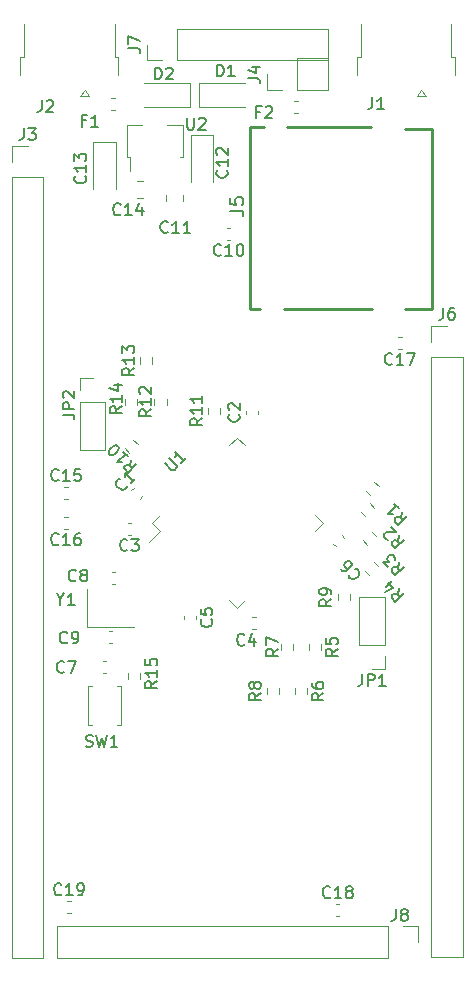
<source format=gto>
%TF.GenerationSoftware,KiCad,Pcbnew,(6.0.0)*%
%TF.CreationDate,2022-07-08T16:33:05-04:00*%
%TF.ProjectId,CH32V307_RCT6,43483332-5633-4303-975f-524354362e6b,rev?*%
%TF.SameCoordinates,Original*%
%TF.FileFunction,Legend,Top*%
%TF.FilePolarity,Positive*%
%FSLAX46Y46*%
G04 Gerber Fmt 4.6, Leading zero omitted, Abs format (unit mm)*
G04 Created by KiCad (PCBNEW (6.0.0)) date 2022-07-08 16:33:05*
%MOMM*%
%LPD*%
G01*
G04 APERTURE LIST*
%ADD10C,0.150000*%
%ADD11C,0.152000*%
%ADD12C,0.120000*%
%ADD13C,0.254000*%
G04 APERTURE END LIST*
D10*
%TO.C,R10*%
X141024450Y-87134687D02*
X140923435Y-87707106D01*
X141428511Y-87538748D02*
X140721404Y-88245854D01*
X140452030Y-87976480D01*
X140418358Y-87875465D01*
X140418358Y-87808122D01*
X140452030Y-87707106D01*
X140553045Y-87606091D01*
X140654061Y-87572419D01*
X140721404Y-87572419D01*
X140822419Y-87606091D01*
X141091793Y-87875465D01*
X140351015Y-86461251D02*
X140755076Y-86865312D01*
X140553045Y-86663282D02*
X139845938Y-87370389D01*
X140014297Y-87336717D01*
X140148984Y-87336717D01*
X140250000Y-87370389D01*
X139206175Y-86730625D02*
X139138832Y-86663282D01*
X139105160Y-86562267D01*
X139105160Y-86494923D01*
X139138832Y-86393908D01*
X139239847Y-86225549D01*
X139408206Y-86057190D01*
X139576564Y-85956175D01*
X139677580Y-85922503D01*
X139744923Y-85922503D01*
X139845938Y-85956175D01*
X139913282Y-86023519D01*
X139946954Y-86124534D01*
X139946954Y-86191877D01*
X139913282Y-86292893D01*
X139812267Y-86461251D01*
X139643908Y-86629610D01*
X139475549Y-86730625D01*
X139374534Y-86764297D01*
X139307190Y-86764297D01*
X139206175Y-86730625D01*
%TO.C,C2*%
X150127142Y-83304166D02*
X150174761Y-83351785D01*
X150222380Y-83494642D01*
X150222380Y-83589880D01*
X150174761Y-83732738D01*
X150079523Y-83827976D01*
X149984285Y-83875595D01*
X149793809Y-83923214D01*
X149650952Y-83923214D01*
X149460476Y-83875595D01*
X149365238Y-83827976D01*
X149270000Y-83732738D01*
X149222380Y-83589880D01*
X149222380Y-83494642D01*
X149270000Y-83351785D01*
X149317619Y-83304166D01*
X149317619Y-82923214D02*
X149270000Y-82875595D01*
X149222380Y-82780357D01*
X149222380Y-82542261D01*
X149270000Y-82447023D01*
X149317619Y-82399404D01*
X149412857Y-82351785D01*
X149508095Y-82351785D01*
X149650952Y-82399404D01*
X150222380Y-82970833D01*
X150222380Y-82351785D01*
%TO.C,R11*%
X147022380Y-83642857D02*
X146546190Y-83976190D01*
X147022380Y-84214285D02*
X146022380Y-84214285D01*
X146022380Y-83833333D01*
X146070000Y-83738095D01*
X146117619Y-83690476D01*
X146212857Y-83642857D01*
X146355714Y-83642857D01*
X146450952Y-83690476D01*
X146498571Y-83738095D01*
X146546190Y-83833333D01*
X146546190Y-84214285D01*
X147022380Y-82690476D02*
X147022380Y-83261904D01*
X147022380Y-82976190D02*
X146022380Y-82976190D01*
X146165238Y-83071428D01*
X146260476Y-83166666D01*
X146308095Y-83261904D01*
X147022380Y-81738095D02*
X147022380Y-82309523D01*
X147022380Y-82023809D02*
X146022380Y-82023809D01*
X146165238Y-82119047D01*
X146260476Y-82214285D01*
X146308095Y-82309523D01*
%TO.C,C12*%
X149107142Y-62642857D02*
X149154761Y-62690476D01*
X149202380Y-62833333D01*
X149202380Y-62928571D01*
X149154761Y-63071428D01*
X149059523Y-63166666D01*
X148964285Y-63214285D01*
X148773809Y-63261904D01*
X148630952Y-63261904D01*
X148440476Y-63214285D01*
X148345238Y-63166666D01*
X148250000Y-63071428D01*
X148202380Y-62928571D01*
X148202380Y-62833333D01*
X148250000Y-62690476D01*
X148297619Y-62642857D01*
X149202380Y-61690476D02*
X149202380Y-62261904D01*
X149202380Y-61976190D02*
X148202380Y-61976190D01*
X148345238Y-62071428D01*
X148440476Y-62166666D01*
X148488095Y-62261904D01*
X148297619Y-61309523D02*
X148250000Y-61261904D01*
X148202380Y-61166666D01*
X148202380Y-60928571D01*
X148250000Y-60833333D01*
X148297619Y-60785714D01*
X148392857Y-60738095D01*
X148488095Y-60738095D01*
X148630952Y-60785714D01*
X149202380Y-61357142D01*
X149202380Y-60738095D01*
%TO.C,J7*%
X140772380Y-52333333D02*
X141486666Y-52333333D01*
X141629523Y-52380952D01*
X141724761Y-52476190D01*
X141772380Y-52619047D01*
X141772380Y-52714285D01*
X140772380Y-51952380D02*
X140772380Y-51285714D01*
X141772380Y-51714285D01*
%TO.C,R2*%
X163687732Y-93547969D02*
X163586717Y-94120389D01*
X164091793Y-93952030D02*
X163384687Y-94659137D01*
X163115312Y-94389763D01*
X163081641Y-94288748D01*
X163081641Y-94221404D01*
X163115312Y-94120389D01*
X163216328Y-94019374D01*
X163317343Y-93985702D01*
X163384687Y-93985702D01*
X163485702Y-94019374D01*
X163755076Y-94288748D01*
X162778595Y-93918358D02*
X162711251Y-93918358D01*
X162610236Y-93884687D01*
X162441877Y-93716328D01*
X162408206Y-93615312D01*
X162408206Y-93547969D01*
X162441877Y-93446954D01*
X162509221Y-93379610D01*
X162643908Y-93312267D01*
X163452030Y-93312267D01*
X163014297Y-92874534D01*
%TO.C,C17*%
X163107142Y-79037142D02*
X163059523Y-79084761D01*
X162916666Y-79132380D01*
X162821428Y-79132380D01*
X162678571Y-79084761D01*
X162583333Y-78989523D01*
X162535714Y-78894285D01*
X162488095Y-78703809D01*
X162488095Y-78560952D01*
X162535714Y-78370476D01*
X162583333Y-78275238D01*
X162678571Y-78180000D01*
X162821428Y-78132380D01*
X162916666Y-78132380D01*
X163059523Y-78180000D01*
X163107142Y-78227619D01*
X164059523Y-79132380D02*
X163488095Y-79132380D01*
X163773809Y-79132380D02*
X163773809Y-78132380D01*
X163678571Y-78275238D01*
X163583333Y-78370476D01*
X163488095Y-78418095D01*
X164392857Y-78132380D02*
X165059523Y-78132380D01*
X164630952Y-79132380D01*
%TO.C,C13*%
X137107142Y-63142857D02*
X137154761Y-63190476D01*
X137202380Y-63333333D01*
X137202380Y-63428571D01*
X137154761Y-63571428D01*
X137059523Y-63666666D01*
X136964285Y-63714285D01*
X136773809Y-63761904D01*
X136630952Y-63761904D01*
X136440476Y-63714285D01*
X136345238Y-63666666D01*
X136250000Y-63571428D01*
X136202380Y-63428571D01*
X136202380Y-63333333D01*
X136250000Y-63190476D01*
X136297619Y-63142857D01*
X137202380Y-62190476D02*
X137202380Y-62761904D01*
X137202380Y-62476190D02*
X136202380Y-62476190D01*
X136345238Y-62571428D01*
X136440476Y-62666666D01*
X136488095Y-62761904D01*
X136202380Y-61857142D02*
X136202380Y-61238095D01*
X136583333Y-61571428D01*
X136583333Y-61428571D01*
X136630952Y-61333333D01*
X136678571Y-61285714D01*
X136773809Y-61238095D01*
X137011904Y-61238095D01*
X137107142Y-61285714D01*
X137154761Y-61333333D01*
X137202380Y-61428571D01*
X137202380Y-61714285D01*
X137154761Y-61809523D01*
X137107142Y-61857142D01*
%TO.C,U1*%
X143841436Y-87418932D02*
X144413856Y-87991352D01*
X144514871Y-88025024D01*
X144582215Y-88025024D01*
X144683230Y-87991352D01*
X144817917Y-87856665D01*
X144851589Y-87755650D01*
X144851589Y-87688306D01*
X144817917Y-87587291D01*
X144245497Y-87014871D01*
X145659711Y-87014871D02*
X145255650Y-87418932D01*
X145457680Y-87216902D02*
X144750574Y-86509795D01*
X144784245Y-86678154D01*
X144784245Y-86812841D01*
X144750574Y-86913856D01*
%TO.C,R7*%
X153452380Y-103166666D02*
X152976190Y-103500000D01*
X153452380Y-103738095D02*
X152452380Y-103738095D01*
X152452380Y-103357142D01*
X152500000Y-103261904D01*
X152547619Y-103214285D01*
X152642857Y-103166666D01*
X152785714Y-103166666D01*
X152880952Y-103214285D01*
X152928571Y-103261904D01*
X152976190Y-103357142D01*
X152976190Y-103738095D01*
X152452380Y-102833333D02*
X152452380Y-102166666D01*
X153452380Y-102595238D01*
%TO.C,D1*%
X148261904Y-54702380D02*
X148261904Y-53702380D01*
X148500000Y-53702380D01*
X148642857Y-53750000D01*
X148738095Y-53845238D01*
X148785714Y-53940476D01*
X148833333Y-54130952D01*
X148833333Y-54273809D01*
X148785714Y-54464285D01*
X148738095Y-54559523D01*
X148642857Y-54654761D01*
X148500000Y-54702380D01*
X148261904Y-54702380D01*
X149785714Y-54702380D02*
X149214285Y-54702380D01*
X149500000Y-54702380D02*
X149500000Y-53702380D01*
X149404761Y-53845238D01*
X149309523Y-53940476D01*
X149214285Y-53988095D01*
%TO.C,R8*%
X152002380Y-106916666D02*
X151526190Y-107250000D01*
X152002380Y-107488095D02*
X151002380Y-107488095D01*
X151002380Y-107107142D01*
X151050000Y-107011904D01*
X151097619Y-106964285D01*
X151192857Y-106916666D01*
X151335714Y-106916666D01*
X151430952Y-106964285D01*
X151478571Y-107011904D01*
X151526190Y-107107142D01*
X151526190Y-107488095D01*
X151430952Y-106345238D02*
X151383333Y-106440476D01*
X151335714Y-106488095D01*
X151240476Y-106535714D01*
X151192857Y-106535714D01*
X151097619Y-106488095D01*
X151050000Y-106440476D01*
X151002380Y-106345238D01*
X151002380Y-106154761D01*
X151050000Y-106059523D01*
X151097619Y-106011904D01*
X151192857Y-105964285D01*
X151240476Y-105964285D01*
X151335714Y-106011904D01*
X151383333Y-106059523D01*
X151430952Y-106154761D01*
X151430952Y-106345238D01*
X151478571Y-106440476D01*
X151526190Y-106488095D01*
X151621428Y-106535714D01*
X151811904Y-106535714D01*
X151907142Y-106488095D01*
X151954761Y-106440476D01*
X152002380Y-106345238D01*
X152002380Y-106154761D01*
X151954761Y-106059523D01*
X151907142Y-106011904D01*
X151811904Y-105964285D01*
X151621428Y-105964285D01*
X151526190Y-106011904D01*
X151478571Y-106059523D01*
X151430952Y-106154761D01*
%TO.C,Y1*%
X135023809Y-98976190D02*
X135023809Y-99452380D01*
X134690476Y-98452380D02*
X135023809Y-98976190D01*
X135357142Y-98452380D01*
X136214285Y-99452380D02*
X135642857Y-99452380D01*
X135928571Y-99452380D02*
X135928571Y-98452380D01*
X135833333Y-98595238D01*
X135738095Y-98690476D01*
X135642857Y-98738095D01*
%TO.C,J1*%
X161416666Y-56452380D02*
X161416666Y-57166666D01*
X161369047Y-57309523D01*
X161273809Y-57404761D01*
X161130952Y-57452380D01*
X161035714Y-57452380D01*
X162416666Y-57452380D02*
X161845238Y-57452380D01*
X162130952Y-57452380D02*
X162130952Y-56452380D01*
X162035714Y-56595238D01*
X161940476Y-56690476D01*
X161845238Y-56738095D01*
%TO.C,D2*%
X143011904Y-54952380D02*
X143011904Y-53952380D01*
X143250000Y-53952380D01*
X143392857Y-54000000D01*
X143488095Y-54095238D01*
X143535714Y-54190476D01*
X143583333Y-54380952D01*
X143583333Y-54523809D01*
X143535714Y-54714285D01*
X143488095Y-54809523D01*
X143392857Y-54904761D01*
X143250000Y-54952380D01*
X143011904Y-54952380D01*
X143964285Y-54047619D02*
X144011904Y-54000000D01*
X144107142Y-53952380D01*
X144345238Y-53952380D01*
X144440476Y-54000000D01*
X144488095Y-54047619D01*
X144535714Y-54142857D01*
X144535714Y-54238095D01*
X144488095Y-54380952D01*
X143916666Y-54952380D01*
X144535714Y-54952380D01*
%TO.C,C10*%
X148607142Y-69787142D02*
X148559523Y-69834761D01*
X148416666Y-69882380D01*
X148321428Y-69882380D01*
X148178571Y-69834761D01*
X148083333Y-69739523D01*
X148035714Y-69644285D01*
X147988095Y-69453809D01*
X147988095Y-69310952D01*
X148035714Y-69120476D01*
X148083333Y-69025238D01*
X148178571Y-68930000D01*
X148321428Y-68882380D01*
X148416666Y-68882380D01*
X148559523Y-68930000D01*
X148607142Y-68977619D01*
X149559523Y-69882380D02*
X148988095Y-69882380D01*
X149273809Y-69882380D02*
X149273809Y-68882380D01*
X149178571Y-69025238D01*
X149083333Y-69120476D01*
X148988095Y-69168095D01*
X150178571Y-68882380D02*
X150273809Y-68882380D01*
X150369047Y-68930000D01*
X150416666Y-68977619D01*
X150464285Y-69072857D01*
X150511904Y-69263333D01*
X150511904Y-69501428D01*
X150464285Y-69691904D01*
X150416666Y-69787142D01*
X150369047Y-69834761D01*
X150273809Y-69882380D01*
X150178571Y-69882380D01*
X150083333Y-69834761D01*
X150035714Y-69787142D01*
X149988095Y-69691904D01*
X149940476Y-69501428D01*
X149940476Y-69263333D01*
X149988095Y-69072857D01*
X150035714Y-68977619D01*
X150083333Y-68930000D01*
X150178571Y-68882380D01*
%TO.C,R5*%
X158482380Y-103166666D02*
X158006190Y-103500000D01*
X158482380Y-103738095D02*
X157482380Y-103738095D01*
X157482380Y-103357142D01*
X157530000Y-103261904D01*
X157577619Y-103214285D01*
X157672857Y-103166666D01*
X157815714Y-103166666D01*
X157910952Y-103214285D01*
X157958571Y-103261904D01*
X158006190Y-103357142D01*
X158006190Y-103738095D01*
X157482380Y-102261904D02*
X157482380Y-102738095D01*
X157958571Y-102785714D01*
X157910952Y-102738095D01*
X157863333Y-102642857D01*
X157863333Y-102404761D01*
X157910952Y-102309523D01*
X157958571Y-102261904D01*
X158053809Y-102214285D01*
X158291904Y-102214285D01*
X158387142Y-102261904D01*
X158434761Y-102309523D01*
X158482380Y-102404761D01*
X158482380Y-102642857D01*
X158434761Y-102738095D01*
X158387142Y-102785714D01*
%TO.C,J4*%
X150922380Y-54833333D02*
X151636666Y-54833333D01*
X151779523Y-54880952D01*
X151874761Y-54976190D01*
X151922380Y-55119047D01*
X151922380Y-55214285D01*
X151255714Y-53928571D02*
X151922380Y-53928571D01*
X150874761Y-54166666D02*
X151589047Y-54404761D01*
X151589047Y-53785714D01*
%TO.C,J8*%
X163416666Y-125202380D02*
X163416666Y-125916666D01*
X163369047Y-126059523D01*
X163273809Y-126154761D01*
X163130952Y-126202380D01*
X163035714Y-126202380D01*
X164035714Y-125630952D02*
X163940476Y-125583333D01*
X163892857Y-125535714D01*
X163845238Y-125440476D01*
X163845238Y-125392857D01*
X163892857Y-125297619D01*
X163940476Y-125250000D01*
X164035714Y-125202380D01*
X164226190Y-125202380D01*
X164321428Y-125250000D01*
X164369047Y-125297619D01*
X164416666Y-125392857D01*
X164416666Y-125440476D01*
X164369047Y-125535714D01*
X164321428Y-125583333D01*
X164226190Y-125630952D01*
X164035714Y-125630952D01*
X163940476Y-125678571D01*
X163892857Y-125726190D01*
X163845238Y-125821428D01*
X163845238Y-126011904D01*
X163892857Y-126107142D01*
X163940476Y-126154761D01*
X164035714Y-126202380D01*
X164226190Y-126202380D01*
X164321428Y-126154761D01*
X164369047Y-126107142D01*
X164416666Y-126011904D01*
X164416666Y-125821428D01*
X164369047Y-125726190D01*
X164321428Y-125678571D01*
X164226190Y-125630952D01*
%TO.C,SW1*%
X137166666Y-111404761D02*
X137309523Y-111452380D01*
X137547619Y-111452380D01*
X137642857Y-111404761D01*
X137690476Y-111357142D01*
X137738095Y-111261904D01*
X137738095Y-111166666D01*
X137690476Y-111071428D01*
X137642857Y-111023809D01*
X137547619Y-110976190D01*
X137357142Y-110928571D01*
X137261904Y-110880952D01*
X137214285Y-110833333D01*
X137166666Y-110738095D01*
X137166666Y-110642857D01*
X137214285Y-110547619D01*
X137261904Y-110500000D01*
X137357142Y-110452380D01*
X137595238Y-110452380D01*
X137738095Y-110500000D01*
X138071428Y-110452380D02*
X138309523Y-111452380D01*
X138500000Y-110738095D01*
X138690476Y-111452380D01*
X138928571Y-110452380D01*
X139833333Y-111452380D02*
X139261904Y-111452380D01*
X139547619Y-111452380D02*
X139547619Y-110452380D01*
X139452380Y-110595238D01*
X139357142Y-110690476D01*
X139261904Y-110738095D01*
%TO.C,U2*%
X145738095Y-58202380D02*
X145738095Y-59011904D01*
X145785714Y-59107142D01*
X145833333Y-59154761D01*
X145928571Y-59202380D01*
X146119047Y-59202380D01*
X146214285Y-59154761D01*
X146261904Y-59107142D01*
X146309523Y-59011904D01*
X146309523Y-58202380D01*
X146738095Y-58297619D02*
X146785714Y-58250000D01*
X146880952Y-58202380D01*
X147119047Y-58202380D01*
X147214285Y-58250000D01*
X147261904Y-58297619D01*
X147309523Y-58392857D01*
X147309523Y-58488095D01*
X147261904Y-58630952D01*
X146690476Y-59202380D01*
X147309523Y-59202380D01*
%TO.C,J3*%
X131916666Y-59082380D02*
X131916666Y-59796666D01*
X131869047Y-59939523D01*
X131773809Y-60034761D01*
X131630952Y-60082380D01*
X131535714Y-60082380D01*
X132297619Y-59082380D02*
X132916666Y-59082380D01*
X132583333Y-59463333D01*
X132726190Y-59463333D01*
X132821428Y-59510952D01*
X132869047Y-59558571D01*
X132916666Y-59653809D01*
X132916666Y-59891904D01*
X132869047Y-59987142D01*
X132821428Y-60034761D01*
X132726190Y-60082380D01*
X132440476Y-60082380D01*
X132345238Y-60034761D01*
X132297619Y-59987142D01*
%TO.C,R12*%
X142702380Y-82892857D02*
X142226190Y-83226190D01*
X142702380Y-83464285D02*
X141702380Y-83464285D01*
X141702380Y-83083333D01*
X141750000Y-82988095D01*
X141797619Y-82940476D01*
X141892857Y-82892857D01*
X142035714Y-82892857D01*
X142130952Y-82940476D01*
X142178571Y-82988095D01*
X142226190Y-83083333D01*
X142226190Y-83464285D01*
X142702380Y-81940476D02*
X142702380Y-82511904D01*
X142702380Y-82226190D02*
X141702380Y-82226190D01*
X141845238Y-82321428D01*
X141940476Y-82416666D01*
X141988095Y-82511904D01*
X141797619Y-81559523D02*
X141750000Y-81511904D01*
X141702380Y-81416666D01*
X141702380Y-81178571D01*
X141750000Y-81083333D01*
X141797619Y-81035714D01*
X141892857Y-80988095D01*
X141988095Y-80988095D01*
X142130952Y-81035714D01*
X142702380Y-81607142D01*
X142702380Y-80988095D01*
%TO.C,C3*%
X140683333Y-94787142D02*
X140635714Y-94834761D01*
X140492857Y-94882380D01*
X140397619Y-94882380D01*
X140254761Y-94834761D01*
X140159523Y-94739523D01*
X140111904Y-94644285D01*
X140064285Y-94453809D01*
X140064285Y-94310952D01*
X140111904Y-94120476D01*
X140159523Y-94025238D01*
X140254761Y-93930000D01*
X140397619Y-93882380D01*
X140492857Y-93882380D01*
X140635714Y-93930000D01*
X140683333Y-93977619D01*
X141016666Y-93882380D02*
X141635714Y-93882380D01*
X141302380Y-94263333D01*
X141445238Y-94263333D01*
X141540476Y-94310952D01*
X141588095Y-94358571D01*
X141635714Y-94453809D01*
X141635714Y-94691904D01*
X141588095Y-94787142D01*
X141540476Y-94834761D01*
X141445238Y-94882380D01*
X141159523Y-94882380D01*
X141064285Y-94834761D01*
X141016666Y-94787142D01*
%TO.C,C19*%
X135107142Y-123927142D02*
X135059523Y-123974761D01*
X134916666Y-124022380D01*
X134821428Y-124022380D01*
X134678571Y-123974761D01*
X134583333Y-123879523D01*
X134535714Y-123784285D01*
X134488095Y-123593809D01*
X134488095Y-123450952D01*
X134535714Y-123260476D01*
X134583333Y-123165238D01*
X134678571Y-123070000D01*
X134821428Y-123022380D01*
X134916666Y-123022380D01*
X135059523Y-123070000D01*
X135107142Y-123117619D01*
X136059523Y-124022380D02*
X135488095Y-124022380D01*
X135773809Y-124022380D02*
X135773809Y-123022380D01*
X135678571Y-123165238D01*
X135583333Y-123260476D01*
X135488095Y-123308095D01*
X136535714Y-124022380D02*
X136726190Y-124022380D01*
X136821428Y-123974761D01*
X136869047Y-123927142D01*
X136964285Y-123784285D01*
X137011904Y-123593809D01*
X137011904Y-123212857D01*
X136964285Y-123117619D01*
X136916666Y-123070000D01*
X136821428Y-123022380D01*
X136630952Y-123022380D01*
X136535714Y-123070000D01*
X136488095Y-123117619D01*
X136440476Y-123212857D01*
X136440476Y-123450952D01*
X136488095Y-123546190D01*
X136535714Y-123593809D01*
X136630952Y-123641428D01*
X136821428Y-123641428D01*
X136916666Y-123593809D01*
X136964285Y-123546190D01*
X137011904Y-123450952D01*
%TO.C,C14*%
X140107142Y-66357142D02*
X140059523Y-66404761D01*
X139916666Y-66452380D01*
X139821428Y-66452380D01*
X139678571Y-66404761D01*
X139583333Y-66309523D01*
X139535714Y-66214285D01*
X139488095Y-66023809D01*
X139488095Y-65880952D01*
X139535714Y-65690476D01*
X139583333Y-65595238D01*
X139678571Y-65500000D01*
X139821428Y-65452380D01*
X139916666Y-65452380D01*
X140059523Y-65500000D01*
X140107142Y-65547619D01*
X141059523Y-66452380D02*
X140488095Y-66452380D01*
X140773809Y-66452380D02*
X140773809Y-65452380D01*
X140678571Y-65595238D01*
X140583333Y-65690476D01*
X140488095Y-65738095D01*
X141916666Y-65785714D02*
X141916666Y-66452380D01*
X141678571Y-65404761D02*
X141440476Y-66119047D01*
X142059523Y-66119047D01*
%TO.C,C18*%
X157857142Y-124177142D02*
X157809523Y-124224761D01*
X157666666Y-124272380D01*
X157571428Y-124272380D01*
X157428571Y-124224761D01*
X157333333Y-124129523D01*
X157285714Y-124034285D01*
X157238095Y-123843809D01*
X157238095Y-123700952D01*
X157285714Y-123510476D01*
X157333333Y-123415238D01*
X157428571Y-123320000D01*
X157571428Y-123272380D01*
X157666666Y-123272380D01*
X157809523Y-123320000D01*
X157857142Y-123367619D01*
X158809523Y-124272380D02*
X158238095Y-124272380D01*
X158523809Y-124272380D02*
X158523809Y-123272380D01*
X158428571Y-123415238D01*
X158333333Y-123510476D01*
X158238095Y-123558095D01*
X159380952Y-123700952D02*
X159285714Y-123653333D01*
X159238095Y-123605714D01*
X159190476Y-123510476D01*
X159190476Y-123462857D01*
X159238095Y-123367619D01*
X159285714Y-123320000D01*
X159380952Y-123272380D01*
X159571428Y-123272380D01*
X159666666Y-123320000D01*
X159714285Y-123367619D01*
X159761904Y-123462857D01*
X159761904Y-123510476D01*
X159714285Y-123605714D01*
X159666666Y-123653333D01*
X159571428Y-123700952D01*
X159380952Y-123700952D01*
X159285714Y-123748571D01*
X159238095Y-123796190D01*
X159190476Y-123891428D01*
X159190476Y-124081904D01*
X159238095Y-124177142D01*
X159285714Y-124224761D01*
X159380952Y-124272380D01*
X159571428Y-124272380D01*
X159666666Y-124224761D01*
X159714285Y-124177142D01*
X159761904Y-124081904D01*
X159761904Y-123891428D01*
X159714285Y-123796190D01*
X159666666Y-123748571D01*
X159571428Y-123700952D01*
%TO.C,R6*%
X157282380Y-106916666D02*
X156806190Y-107250000D01*
X157282380Y-107488095D02*
X156282380Y-107488095D01*
X156282380Y-107107142D01*
X156330000Y-107011904D01*
X156377619Y-106964285D01*
X156472857Y-106916666D01*
X156615714Y-106916666D01*
X156710952Y-106964285D01*
X156758571Y-107011904D01*
X156806190Y-107107142D01*
X156806190Y-107488095D01*
X156282380Y-106059523D02*
X156282380Y-106250000D01*
X156330000Y-106345238D01*
X156377619Y-106392857D01*
X156520476Y-106488095D01*
X156710952Y-106535714D01*
X157091904Y-106535714D01*
X157187142Y-106488095D01*
X157234761Y-106440476D01*
X157282380Y-106345238D01*
X157282380Y-106154761D01*
X157234761Y-106059523D01*
X157187142Y-106011904D01*
X157091904Y-105964285D01*
X156853809Y-105964285D01*
X156758571Y-106011904D01*
X156710952Y-106059523D01*
X156663333Y-106154761D01*
X156663333Y-106345238D01*
X156710952Y-106440476D01*
X156758571Y-106488095D01*
X156853809Y-106535714D01*
%TO.C,JP2*%
X135202380Y-83333333D02*
X135916666Y-83333333D01*
X136059523Y-83380952D01*
X136154761Y-83476190D01*
X136202380Y-83619047D01*
X136202380Y-83714285D01*
X136202380Y-82857142D02*
X135202380Y-82857142D01*
X135202380Y-82476190D01*
X135250000Y-82380952D01*
X135297619Y-82333333D01*
X135392857Y-82285714D01*
X135535714Y-82285714D01*
X135630952Y-82333333D01*
X135678571Y-82380952D01*
X135726190Y-82476190D01*
X135726190Y-82857142D01*
X135297619Y-81904761D02*
X135250000Y-81857142D01*
X135202380Y-81761904D01*
X135202380Y-81523809D01*
X135250000Y-81428571D01*
X135297619Y-81380952D01*
X135392857Y-81333333D01*
X135488095Y-81333333D01*
X135630952Y-81380952D01*
X136202380Y-81952380D01*
X136202380Y-81333333D01*
%TO.C,F2*%
X151916666Y-57678571D02*
X151583333Y-57678571D01*
X151583333Y-58202380D02*
X151583333Y-57202380D01*
X152059523Y-57202380D01*
X152392857Y-57297619D02*
X152440476Y-57250000D01*
X152535714Y-57202380D01*
X152773809Y-57202380D01*
X152869047Y-57250000D01*
X152916666Y-57297619D01*
X152964285Y-57392857D01*
X152964285Y-57488095D01*
X152916666Y-57630952D01*
X152345238Y-58202380D01*
X152964285Y-58202380D01*
D11*
%TO.C,J5*%
X149374071Y-66052485D02*
X150190500Y-66052485D01*
X150353785Y-66106914D01*
X150462642Y-66215771D01*
X150517071Y-66379057D01*
X150517071Y-66487914D01*
X149374071Y-64963914D02*
X149374071Y-65508200D01*
X149918357Y-65562628D01*
X149863928Y-65508200D01*
X149809500Y-65399342D01*
X149809500Y-65127200D01*
X149863928Y-65018342D01*
X149918357Y-64963914D01*
X150027214Y-64909485D01*
X150299357Y-64909485D01*
X150408214Y-64963914D01*
X150462642Y-65018342D01*
X150517071Y-65127200D01*
X150517071Y-65399342D01*
X150462642Y-65508200D01*
X150408214Y-65562628D01*
D10*
%TO.C,C6*%
X159981552Y-96365312D02*
X160048895Y-96365312D01*
X160183582Y-96432656D01*
X160250926Y-96500000D01*
X160318269Y-96634687D01*
X160318269Y-96769374D01*
X160284598Y-96870389D01*
X160183582Y-97038748D01*
X160082567Y-97139763D01*
X159914208Y-97240778D01*
X159813193Y-97274450D01*
X159678506Y-97274450D01*
X159543819Y-97207106D01*
X159476475Y-97139763D01*
X159409132Y-97005076D01*
X159409132Y-96937732D01*
X158735697Y-96398984D02*
X158870384Y-96533671D01*
X158971399Y-96567343D01*
X159038743Y-96567343D01*
X159207101Y-96533671D01*
X159375460Y-96432656D01*
X159644834Y-96163282D01*
X159678506Y-96062267D01*
X159678506Y-95994923D01*
X159644834Y-95893908D01*
X159510147Y-95759221D01*
X159409132Y-95725549D01*
X159341788Y-95725549D01*
X159240773Y-95759221D01*
X159072414Y-95927580D01*
X159038743Y-96028595D01*
X159038743Y-96095938D01*
X159072414Y-96196954D01*
X159207101Y-96331641D01*
X159308117Y-96365312D01*
X159375460Y-96365312D01*
X159476475Y-96331641D01*
%TO.C,C15*%
X134857142Y-88857142D02*
X134809523Y-88904761D01*
X134666666Y-88952380D01*
X134571428Y-88952380D01*
X134428571Y-88904761D01*
X134333333Y-88809523D01*
X134285714Y-88714285D01*
X134238095Y-88523809D01*
X134238095Y-88380952D01*
X134285714Y-88190476D01*
X134333333Y-88095238D01*
X134428571Y-88000000D01*
X134571428Y-87952380D01*
X134666666Y-87952380D01*
X134809523Y-88000000D01*
X134857142Y-88047619D01*
X135809523Y-88952380D02*
X135238095Y-88952380D01*
X135523809Y-88952380D02*
X135523809Y-87952380D01*
X135428571Y-88095238D01*
X135333333Y-88190476D01*
X135238095Y-88238095D01*
X136714285Y-87952380D02*
X136238095Y-87952380D01*
X136190476Y-88428571D01*
X136238095Y-88380952D01*
X136333333Y-88333333D01*
X136571428Y-88333333D01*
X136666666Y-88380952D01*
X136714285Y-88428571D01*
X136761904Y-88523809D01*
X136761904Y-88761904D01*
X136714285Y-88857142D01*
X136666666Y-88904761D01*
X136571428Y-88952380D01*
X136333333Y-88952380D01*
X136238095Y-88904761D01*
X136190476Y-88857142D01*
%TO.C,R9*%
X157952380Y-98966666D02*
X157476190Y-99300000D01*
X157952380Y-99538095D02*
X156952380Y-99538095D01*
X156952380Y-99157142D01*
X157000000Y-99061904D01*
X157047619Y-99014285D01*
X157142857Y-98966666D01*
X157285714Y-98966666D01*
X157380952Y-99014285D01*
X157428571Y-99061904D01*
X157476190Y-99157142D01*
X157476190Y-99538095D01*
X157952380Y-98490476D02*
X157952380Y-98300000D01*
X157904761Y-98204761D01*
X157857142Y-98157142D01*
X157714285Y-98061904D01*
X157523809Y-98014285D01*
X157142857Y-98014285D01*
X157047619Y-98061904D01*
X157000000Y-98109523D01*
X156952380Y-98204761D01*
X156952380Y-98395238D01*
X157000000Y-98490476D01*
X157047619Y-98538095D01*
X157142857Y-98585714D01*
X157380952Y-98585714D01*
X157476190Y-98538095D01*
X157523809Y-98490476D01*
X157571428Y-98395238D01*
X157571428Y-98204761D01*
X157523809Y-98109523D01*
X157476190Y-98061904D01*
X157380952Y-98014285D01*
%TO.C,J6*%
X167416666Y-74282380D02*
X167416666Y-74996666D01*
X167369047Y-75139523D01*
X167273809Y-75234761D01*
X167130952Y-75282380D01*
X167035714Y-75282380D01*
X168321428Y-74282380D02*
X168130952Y-74282380D01*
X168035714Y-74330000D01*
X167988095Y-74377619D01*
X167892857Y-74520476D01*
X167845238Y-74710952D01*
X167845238Y-75091904D01*
X167892857Y-75187142D01*
X167940476Y-75234761D01*
X168035714Y-75282380D01*
X168226190Y-75282380D01*
X168321428Y-75234761D01*
X168369047Y-75187142D01*
X168416666Y-75091904D01*
X168416666Y-74853809D01*
X168369047Y-74758571D01*
X168321428Y-74710952D01*
X168226190Y-74663333D01*
X168035714Y-74663333D01*
X167940476Y-74710952D01*
X167892857Y-74758571D01*
X167845238Y-74853809D01*
%TO.C,C11*%
X144107142Y-67857142D02*
X144059523Y-67904761D01*
X143916666Y-67952380D01*
X143821428Y-67952380D01*
X143678571Y-67904761D01*
X143583333Y-67809523D01*
X143535714Y-67714285D01*
X143488095Y-67523809D01*
X143488095Y-67380952D01*
X143535714Y-67190476D01*
X143583333Y-67095238D01*
X143678571Y-67000000D01*
X143821428Y-66952380D01*
X143916666Y-66952380D01*
X144059523Y-67000000D01*
X144107142Y-67047619D01*
X145059523Y-67952380D02*
X144488095Y-67952380D01*
X144773809Y-67952380D02*
X144773809Y-66952380D01*
X144678571Y-67095238D01*
X144583333Y-67190476D01*
X144488095Y-67238095D01*
X146011904Y-67952380D02*
X145440476Y-67952380D01*
X145726190Y-67952380D02*
X145726190Y-66952380D01*
X145630952Y-67095238D01*
X145535714Y-67190476D01*
X145440476Y-67238095D01*
%TO.C,R14*%
X140202380Y-82642857D02*
X139726190Y-82976190D01*
X140202380Y-83214285D02*
X139202380Y-83214285D01*
X139202380Y-82833333D01*
X139250000Y-82738095D01*
X139297619Y-82690476D01*
X139392857Y-82642857D01*
X139535714Y-82642857D01*
X139630952Y-82690476D01*
X139678571Y-82738095D01*
X139726190Y-82833333D01*
X139726190Y-83214285D01*
X140202380Y-81690476D02*
X140202380Y-82261904D01*
X140202380Y-81976190D02*
X139202380Y-81976190D01*
X139345238Y-82071428D01*
X139440476Y-82166666D01*
X139488095Y-82261904D01*
X139535714Y-80833333D02*
X140202380Y-80833333D01*
X139154761Y-81071428D02*
X139869047Y-81309523D01*
X139869047Y-80690476D01*
%TO.C,R15*%
X143202380Y-105892857D02*
X142726190Y-106226190D01*
X143202380Y-106464285D02*
X142202380Y-106464285D01*
X142202380Y-106083333D01*
X142250000Y-105988095D01*
X142297619Y-105940476D01*
X142392857Y-105892857D01*
X142535714Y-105892857D01*
X142630952Y-105940476D01*
X142678571Y-105988095D01*
X142726190Y-106083333D01*
X142726190Y-106464285D01*
X143202380Y-104940476D02*
X143202380Y-105511904D01*
X143202380Y-105226190D02*
X142202380Y-105226190D01*
X142345238Y-105321428D01*
X142440476Y-105416666D01*
X142488095Y-105511904D01*
X142202380Y-104035714D02*
X142202380Y-104511904D01*
X142678571Y-104559523D01*
X142630952Y-104511904D01*
X142583333Y-104416666D01*
X142583333Y-104178571D01*
X142630952Y-104083333D01*
X142678571Y-104035714D01*
X142773809Y-103988095D01*
X143011904Y-103988095D01*
X143107142Y-104035714D01*
X143154761Y-104083333D01*
X143202380Y-104178571D01*
X143202380Y-104416666D01*
X143154761Y-104511904D01*
X143107142Y-104559523D01*
%TO.C,F1*%
X137166666Y-58428571D02*
X136833333Y-58428571D01*
X136833333Y-58952380D02*
X136833333Y-57952380D01*
X137309523Y-57952380D01*
X138214285Y-58952380D02*
X137642857Y-58952380D01*
X137928571Y-58952380D02*
X137928571Y-57952380D01*
X137833333Y-58095238D01*
X137738095Y-58190476D01*
X137642857Y-58238095D01*
%TO.C,C7*%
X135333333Y-105107142D02*
X135285714Y-105154761D01*
X135142857Y-105202380D01*
X135047619Y-105202380D01*
X134904761Y-105154761D01*
X134809523Y-105059523D01*
X134761904Y-104964285D01*
X134714285Y-104773809D01*
X134714285Y-104630952D01*
X134761904Y-104440476D01*
X134809523Y-104345238D01*
X134904761Y-104250000D01*
X135047619Y-104202380D01*
X135142857Y-104202380D01*
X135285714Y-104250000D01*
X135333333Y-104297619D01*
X135666666Y-104202380D02*
X136333333Y-104202380D01*
X135904761Y-105202380D01*
%TO.C,C4*%
X150583333Y-102787142D02*
X150535714Y-102834761D01*
X150392857Y-102882380D01*
X150297619Y-102882380D01*
X150154761Y-102834761D01*
X150059523Y-102739523D01*
X150011904Y-102644285D01*
X149964285Y-102453809D01*
X149964285Y-102310952D01*
X150011904Y-102120476D01*
X150059523Y-102025238D01*
X150154761Y-101930000D01*
X150297619Y-101882380D01*
X150392857Y-101882380D01*
X150535714Y-101930000D01*
X150583333Y-101977619D01*
X151440476Y-102215714D02*
X151440476Y-102882380D01*
X151202380Y-101834761D02*
X150964285Y-102549047D01*
X151583333Y-102549047D01*
%TO.C,J2*%
X133416666Y-56702380D02*
X133416666Y-57416666D01*
X133369047Y-57559523D01*
X133273809Y-57654761D01*
X133130952Y-57702380D01*
X133035714Y-57702380D01*
X133845238Y-56797619D02*
X133892857Y-56750000D01*
X133988095Y-56702380D01*
X134226190Y-56702380D01*
X134321428Y-56750000D01*
X134369047Y-56797619D01*
X134416666Y-56892857D01*
X134416666Y-56988095D01*
X134369047Y-57130952D01*
X133797619Y-57702380D01*
X134416666Y-57702380D01*
%TO.C,R4*%
X163687732Y-98047969D02*
X163586717Y-98620389D01*
X164091793Y-98452030D02*
X163384687Y-99159137D01*
X163115312Y-98889763D01*
X163081641Y-98788748D01*
X163081641Y-98721404D01*
X163115312Y-98620389D01*
X163216328Y-98519374D01*
X163317343Y-98485702D01*
X163384687Y-98485702D01*
X163485702Y-98519374D01*
X163755076Y-98788748D01*
X162610236Y-97913282D02*
X163081641Y-97441877D01*
X162509221Y-98351015D02*
X163182656Y-98014297D01*
X162744923Y-97576564D01*
%TO.C,R13*%
X141272380Y-79392857D02*
X140796190Y-79726190D01*
X141272380Y-79964285D02*
X140272380Y-79964285D01*
X140272380Y-79583333D01*
X140320000Y-79488095D01*
X140367619Y-79440476D01*
X140462857Y-79392857D01*
X140605714Y-79392857D01*
X140700952Y-79440476D01*
X140748571Y-79488095D01*
X140796190Y-79583333D01*
X140796190Y-79964285D01*
X141272380Y-78440476D02*
X141272380Y-79011904D01*
X141272380Y-78726190D02*
X140272380Y-78726190D01*
X140415238Y-78821428D01*
X140510476Y-78916666D01*
X140558095Y-79011904D01*
X140272380Y-78107142D02*
X140272380Y-77488095D01*
X140653333Y-77821428D01*
X140653333Y-77678571D01*
X140700952Y-77583333D01*
X140748571Y-77535714D01*
X140843809Y-77488095D01*
X141081904Y-77488095D01*
X141177142Y-77535714D01*
X141224761Y-77583333D01*
X141272380Y-77678571D01*
X141272380Y-77964285D01*
X141224761Y-78059523D01*
X141177142Y-78107142D01*
%TO.C,C1*%
X140623524Y-89359226D02*
X140623524Y-89426569D01*
X140556180Y-89561256D01*
X140488837Y-89628600D01*
X140354149Y-89695943D01*
X140219462Y-89695943D01*
X140118447Y-89662272D01*
X139950088Y-89561256D01*
X139849073Y-89460241D01*
X139748058Y-89291882D01*
X139714386Y-89190867D01*
X139714386Y-89056180D01*
X139781730Y-88921493D01*
X139849073Y-88854149D01*
X139983760Y-88786806D01*
X140051104Y-88786806D01*
X141364302Y-88753134D02*
X140960241Y-89157195D01*
X141162272Y-88955165D02*
X140455165Y-88248058D01*
X140488837Y-88416417D01*
X140488837Y-88551104D01*
X140455165Y-88652119D01*
%TO.C,C8*%
X136333333Y-97357142D02*
X136285714Y-97404761D01*
X136142857Y-97452380D01*
X136047619Y-97452380D01*
X135904761Y-97404761D01*
X135809523Y-97309523D01*
X135761904Y-97214285D01*
X135714285Y-97023809D01*
X135714285Y-96880952D01*
X135761904Y-96690476D01*
X135809523Y-96595238D01*
X135904761Y-96500000D01*
X136047619Y-96452380D01*
X136142857Y-96452380D01*
X136285714Y-96500000D01*
X136333333Y-96547619D01*
X136904761Y-96880952D02*
X136809523Y-96833333D01*
X136761904Y-96785714D01*
X136714285Y-96690476D01*
X136714285Y-96642857D01*
X136761904Y-96547619D01*
X136809523Y-96500000D01*
X136904761Y-96452380D01*
X137095238Y-96452380D01*
X137190476Y-96500000D01*
X137238095Y-96547619D01*
X137285714Y-96642857D01*
X137285714Y-96690476D01*
X137238095Y-96785714D01*
X137190476Y-96833333D01*
X137095238Y-96880952D01*
X136904761Y-96880952D01*
X136809523Y-96928571D01*
X136761904Y-96976190D01*
X136714285Y-97071428D01*
X136714285Y-97261904D01*
X136761904Y-97357142D01*
X136809523Y-97404761D01*
X136904761Y-97452380D01*
X137095238Y-97452380D01*
X137190476Y-97404761D01*
X137238095Y-97357142D01*
X137285714Y-97261904D01*
X137285714Y-97071428D01*
X137238095Y-96976190D01*
X137190476Y-96928571D01*
X137095238Y-96880952D01*
%TO.C,JP1*%
X160566666Y-105312380D02*
X160566666Y-106026666D01*
X160519047Y-106169523D01*
X160423809Y-106264761D01*
X160280952Y-106312380D01*
X160185714Y-106312380D01*
X161042857Y-106312380D02*
X161042857Y-105312380D01*
X161423809Y-105312380D01*
X161519047Y-105360000D01*
X161566666Y-105407619D01*
X161614285Y-105502857D01*
X161614285Y-105645714D01*
X161566666Y-105740952D01*
X161519047Y-105788571D01*
X161423809Y-105836190D01*
X161042857Y-105836190D01*
X162566666Y-106312380D02*
X161995238Y-106312380D01*
X162280952Y-106312380D02*
X162280952Y-105312380D01*
X162185714Y-105455238D01*
X162090476Y-105550476D01*
X161995238Y-105598095D01*
%TO.C,C16*%
X134857142Y-94287142D02*
X134809523Y-94334761D01*
X134666666Y-94382380D01*
X134571428Y-94382380D01*
X134428571Y-94334761D01*
X134333333Y-94239523D01*
X134285714Y-94144285D01*
X134238095Y-93953809D01*
X134238095Y-93810952D01*
X134285714Y-93620476D01*
X134333333Y-93525238D01*
X134428571Y-93430000D01*
X134571428Y-93382380D01*
X134666666Y-93382380D01*
X134809523Y-93430000D01*
X134857142Y-93477619D01*
X135809523Y-94382380D02*
X135238095Y-94382380D01*
X135523809Y-94382380D02*
X135523809Y-93382380D01*
X135428571Y-93525238D01*
X135333333Y-93620476D01*
X135238095Y-93668095D01*
X136666666Y-93382380D02*
X136476190Y-93382380D01*
X136380952Y-93430000D01*
X136333333Y-93477619D01*
X136238095Y-93620476D01*
X136190476Y-93810952D01*
X136190476Y-94191904D01*
X136238095Y-94287142D01*
X136285714Y-94334761D01*
X136380952Y-94382380D01*
X136571428Y-94382380D01*
X136666666Y-94334761D01*
X136714285Y-94287142D01*
X136761904Y-94191904D01*
X136761904Y-93953809D01*
X136714285Y-93858571D01*
X136666666Y-93810952D01*
X136571428Y-93763333D01*
X136380952Y-93763333D01*
X136285714Y-93810952D01*
X136238095Y-93858571D01*
X136190476Y-93953809D01*
%TO.C,R3*%
X163687732Y-95797969D02*
X163586717Y-96370389D01*
X164091793Y-96202030D02*
X163384687Y-96909137D01*
X163115312Y-96639763D01*
X163081641Y-96538748D01*
X163081641Y-96471404D01*
X163115312Y-96370389D01*
X163216328Y-96269374D01*
X163317343Y-96235702D01*
X163384687Y-96235702D01*
X163485702Y-96269374D01*
X163755076Y-96538748D01*
X162744923Y-96269374D02*
X162307190Y-95831641D01*
X162812267Y-95797969D01*
X162711251Y-95696954D01*
X162677580Y-95595938D01*
X162677580Y-95528595D01*
X162711251Y-95427580D01*
X162879610Y-95259221D01*
X162980625Y-95225549D01*
X163047969Y-95225549D01*
X163148984Y-95259221D01*
X163351015Y-95461251D01*
X163384687Y-95562267D01*
X163384687Y-95629610D01*
%TO.C,R1*%
X163937732Y-91547969D02*
X163836717Y-92120389D01*
X164341793Y-91952030D02*
X163634687Y-92659137D01*
X163365312Y-92389763D01*
X163331641Y-92288748D01*
X163331641Y-92221404D01*
X163365312Y-92120389D01*
X163466328Y-92019374D01*
X163567343Y-91985702D01*
X163634687Y-91985702D01*
X163735702Y-92019374D01*
X164005076Y-92288748D01*
X163264297Y-90874534D02*
X163668358Y-91278595D01*
X163466328Y-91076564D02*
X162759221Y-91783671D01*
X162927580Y-91750000D01*
X163062267Y-91749999D01*
X163163282Y-91783671D01*
%TO.C,C5*%
X147787142Y-100666666D02*
X147834761Y-100714285D01*
X147882380Y-100857142D01*
X147882380Y-100952380D01*
X147834761Y-101095238D01*
X147739523Y-101190476D01*
X147644285Y-101238095D01*
X147453809Y-101285714D01*
X147310952Y-101285714D01*
X147120476Y-101238095D01*
X147025238Y-101190476D01*
X146930000Y-101095238D01*
X146882380Y-100952380D01*
X146882380Y-100857142D01*
X146930000Y-100714285D01*
X146977619Y-100666666D01*
X146882380Y-99761904D02*
X146882380Y-100238095D01*
X147358571Y-100285714D01*
X147310952Y-100238095D01*
X147263333Y-100142857D01*
X147263333Y-99904761D01*
X147310952Y-99809523D01*
X147358571Y-99761904D01*
X147453809Y-99714285D01*
X147691904Y-99714285D01*
X147787142Y-99761904D01*
X147834761Y-99809523D01*
X147882380Y-99904761D01*
X147882380Y-100142857D01*
X147834761Y-100238095D01*
X147787142Y-100285714D01*
%TO.C,C9*%
X135583333Y-102607142D02*
X135535714Y-102654761D01*
X135392857Y-102702380D01*
X135297619Y-102702380D01*
X135154761Y-102654761D01*
X135059523Y-102559523D01*
X135011904Y-102464285D01*
X134964285Y-102273809D01*
X134964285Y-102130952D01*
X135011904Y-101940476D01*
X135059523Y-101845238D01*
X135154761Y-101750000D01*
X135297619Y-101702380D01*
X135392857Y-101702380D01*
X135535714Y-101750000D01*
X135583333Y-101797619D01*
X136059523Y-102702380D02*
X136250000Y-102702380D01*
X136345238Y-102654761D01*
X136392857Y-102607142D01*
X136488095Y-102464285D01*
X136535714Y-102273809D01*
X136535714Y-101892857D01*
X136488095Y-101797619D01*
X136440476Y-101750000D01*
X136345238Y-101702380D01*
X136154761Y-101702380D01*
X136059523Y-101750000D01*
X136011904Y-101797619D01*
X135964285Y-101892857D01*
X135964285Y-102130952D01*
X136011904Y-102226190D01*
X136059523Y-102273809D01*
X136154761Y-102321428D01*
X136345238Y-102321428D01*
X136440476Y-102273809D01*
X136488095Y-102226190D01*
X136535714Y-102130952D01*
D12*
%TO.C,R10*%
X140810654Y-86549580D02*
X140450420Y-86189346D01*
X141549580Y-85810654D02*
X141189346Y-85450420D01*
%TO.C,C2*%
X150690000Y-83283767D02*
X150690000Y-82991233D01*
X151710000Y-83283767D02*
X151710000Y-82991233D01*
%TO.C,R11*%
X147477500Y-83254724D02*
X147477500Y-82745276D01*
X148522500Y-83254724D02*
X148522500Y-82745276D01*
%TO.C,C12*%
X146065000Y-59690000D02*
X146065000Y-63600000D01*
X147935000Y-59690000D02*
X146065000Y-59690000D01*
X147935000Y-63600000D02*
X147935000Y-59690000D01*
%TO.C,J7*%
X144920000Y-53330000D02*
X144920000Y-50670000D01*
X144920000Y-53330000D02*
X157680000Y-53330000D01*
X142320000Y-53330000D02*
X142320000Y-52000000D01*
X157680000Y-53330000D02*
X157680000Y-50670000D01*
X144920000Y-50670000D02*
X157680000Y-50670000D01*
X143650000Y-53330000D02*
X142320000Y-53330000D01*
%TO.C,R2*%
X161189346Y-90850420D02*
X161549580Y-91210654D01*
X160450420Y-91589346D02*
X160810654Y-91949580D01*
%TO.C,C17*%
X163896267Y-77760000D02*
X163603733Y-77760000D01*
X163896267Y-76740000D02*
X163603733Y-76740000D01*
%TO.C,C13*%
X139685000Y-60290000D02*
X137815000Y-60290000D01*
X139685000Y-64200000D02*
X139685000Y-60290000D01*
X137815000Y-60290000D02*
X137815000Y-64200000D01*
%TO.C,U1*%
X143445120Y-93171751D02*
X142497597Y-94119275D01*
X149328249Y-85945120D02*
X150000000Y-85273369D01*
X143445120Y-91828249D02*
X142773369Y-92500000D01*
X150671751Y-99054880D02*
X150000000Y-99726631D01*
X157226631Y-92500000D02*
X156554880Y-91828249D01*
X142773369Y-92500000D02*
X143445120Y-93171751D01*
X156554880Y-93171751D02*
X157226631Y-92500000D01*
X150000000Y-85273369D02*
X150671751Y-85945120D01*
X150000000Y-99726631D02*
X149328249Y-99054880D01*
%TO.C,R7*%
X153677500Y-102745276D02*
X153677500Y-103254724D01*
X154722500Y-102745276D02*
X154722500Y-103254724D01*
%TO.C,D1*%
X146750000Y-55250000D02*
X146750000Y-57250000D01*
X146750000Y-55250000D02*
X150650000Y-55250000D01*
X146750000Y-57250000D02*
X150650000Y-57250000D01*
%TO.C,R8*%
X152477500Y-106495276D02*
X152477500Y-107004724D01*
X153522500Y-106495276D02*
X153522500Y-107004724D01*
%TO.C,Y1*%
X137250000Y-101275000D02*
X141250000Y-101275000D01*
X137250000Y-98125000D02*
X137250000Y-101275000D01*
%TO.C,J1*%
X160125000Y-53065000D02*
X160125000Y-54615000D01*
X165975000Y-56315000D02*
X165175000Y-56315000D01*
X165575000Y-55865000D02*
X165975000Y-56315000D01*
X165175000Y-56315000D02*
X165575000Y-55865000D01*
X168425000Y-53065000D02*
X168125000Y-53065000D01*
X168125000Y-50265000D02*
X168125000Y-53065000D01*
X160425000Y-50265000D02*
X160425000Y-53065000D01*
X168425000Y-53065000D02*
X168425000Y-54615000D01*
X160425000Y-53065000D02*
X160125000Y-53065000D01*
%TO.C,D2*%
X146000000Y-57250000D02*
X146000000Y-55250000D01*
X146000000Y-57250000D02*
X142100000Y-57250000D01*
X146000000Y-55250000D02*
X142100000Y-55250000D01*
%TO.C,C10*%
X149396267Y-67490000D02*
X149103733Y-67490000D01*
X149396267Y-68510000D02*
X149103733Y-68510000D01*
%TO.C,R5*%
X157122500Y-102745276D02*
X157122500Y-103254724D01*
X156077500Y-102745276D02*
X156077500Y-103254724D01*
%TO.C,J4*%
X153800000Y-55830000D02*
X152470000Y-55830000D01*
X155070000Y-55830000D02*
X157670000Y-55830000D01*
X157670000Y-55830000D02*
X157670000Y-53170000D01*
X155070000Y-55830000D02*
X155070000Y-53170000D01*
X152470000Y-55830000D02*
X152470000Y-54500000D01*
X155070000Y-53170000D02*
X157670000Y-53170000D01*
%TO.C,J8*%
X164000000Y-126670000D02*
X165330000Y-126670000D01*
X165330000Y-126670000D02*
X165330000Y-128000000D01*
X134730000Y-126670000D02*
X134730000Y-129330000D01*
X162730000Y-129330000D02*
X134730000Y-129330000D01*
X162730000Y-126670000D02*
X162730000Y-129330000D01*
X162730000Y-126670000D02*
X134730000Y-126670000D01*
%TO.C,SW1*%
X139850000Y-106300000D02*
X140150000Y-106300000D01*
X137650000Y-106300000D02*
X137350000Y-106300000D01*
X140150000Y-109600000D02*
X139850000Y-109600000D01*
X137350000Y-106300000D02*
X137350000Y-109600000D01*
X140150000Y-106300000D02*
X140150000Y-109600000D01*
X137350000Y-109600000D02*
X137650000Y-109600000D01*
%TO.C,U2*%
X145360000Y-61560000D02*
X145130000Y-61560000D01*
X140640000Y-61560000D02*
X140640000Y-58840000D01*
X145360000Y-58840000D02*
X145360000Y-61560000D01*
X140870000Y-62700000D02*
X140870000Y-61560000D01*
X140640000Y-61560000D02*
X140870000Y-61560000D01*
X140640000Y-58840000D02*
X141950000Y-58840000D01*
X144050000Y-58840000D02*
X145360000Y-58840000D01*
%TO.C,J3*%
X130920000Y-61960000D02*
X130920000Y-60630000D01*
X130920000Y-129330000D02*
X133580000Y-129330000D01*
X130920000Y-63230000D02*
X130920000Y-129330000D01*
X130920000Y-63230000D02*
X133580000Y-63230000D01*
X130920000Y-60630000D02*
X132250000Y-60630000D01*
X133580000Y-63230000D02*
X133580000Y-129330000D01*
%TO.C,R12*%
X142977500Y-82504724D02*
X142977500Y-81995276D01*
X144022500Y-82504724D02*
X144022500Y-81995276D01*
%TO.C,C3*%
X140996267Y-93510000D02*
X140703733Y-93510000D01*
X140996267Y-92490000D02*
X140703733Y-92490000D01*
%TO.C,C19*%
X135603733Y-124490000D02*
X135896267Y-124490000D01*
X135603733Y-125510000D02*
X135896267Y-125510000D01*
%TO.C,C14*%
X142011252Y-64985000D02*
X141488748Y-64985000D01*
X142011252Y-63515000D02*
X141488748Y-63515000D01*
%TO.C,C18*%
X158353733Y-125760000D02*
X158646267Y-125760000D01*
X158353733Y-124740000D02*
X158646267Y-124740000D01*
%TO.C,R6*%
X155922500Y-106495276D02*
X155922500Y-107004724D01*
X154877500Y-106495276D02*
X154877500Y-107004724D01*
%TO.C,JP2*%
X136690000Y-86310000D02*
X138810000Y-86310000D01*
X138810000Y-82250000D02*
X138810000Y-86310000D01*
X136690000Y-82250000D02*
X138810000Y-82250000D01*
X136690000Y-80190000D02*
X137750000Y-80190000D01*
X136690000Y-82250000D02*
X136690000Y-86310000D01*
X136690000Y-81250000D02*
X136690000Y-80190000D01*
%TO.C,F2*%
X155171267Y-56740000D02*
X154828733Y-56740000D01*
X155171267Y-57760000D02*
X154828733Y-57760000D01*
D13*
%TO.C,J5*%
X166502000Y-74370000D02*
X166502000Y-59130000D01*
X164216000Y-74370000D02*
X166502000Y-74370000D01*
X166502000Y-59130000D02*
X164216000Y-59130000D01*
X151100000Y-74371000D02*
X151100000Y-59004000D01*
X154160000Y-59004000D02*
X161296000Y-59004000D01*
X151100000Y-59004000D02*
X152240000Y-59004000D01*
X151898000Y-74371000D02*
X151100000Y-74371000D01*
X153929000Y-74370000D02*
X161422000Y-74370000D01*
D12*
%TO.C,C6*%
X158857198Y-93535949D02*
X159064051Y-93742802D01*
X158135949Y-94257198D02*
X158342802Y-94464051D01*
%TO.C,C15*%
X135646267Y-89490000D02*
X135353733Y-89490000D01*
X135646267Y-90510000D02*
X135353733Y-90510000D01*
%TO.C,R9*%
X158477500Y-98545276D02*
X158477500Y-99054724D01*
X159522500Y-98545276D02*
X159522500Y-99054724D01*
%TO.C,J6*%
X166420000Y-77160000D02*
X166420000Y-75830000D01*
X166420000Y-129290000D02*
X169080000Y-129290000D01*
X166420000Y-75830000D02*
X167750000Y-75830000D01*
X166420000Y-78430000D02*
X169080000Y-78430000D01*
X169080000Y-78430000D02*
X169080000Y-129290000D01*
X166420000Y-78430000D02*
X166420000Y-129290000D01*
%TO.C,C11*%
X143965000Y-64738748D02*
X143965000Y-65261252D01*
X145435000Y-64738748D02*
X145435000Y-65261252D01*
%TO.C,R14*%
X141522500Y-82504724D02*
X141522500Y-81995276D01*
X140477500Y-82504724D02*
X140477500Y-81995276D01*
%TO.C,R15*%
X141772500Y-105245276D02*
X141772500Y-105754724D01*
X140727500Y-105245276D02*
X140727500Y-105754724D01*
%TO.C,F1*%
X139328733Y-56490000D02*
X139671267Y-56490000D01*
X139328733Y-57510000D02*
X139671267Y-57510000D01*
%TO.C,C7*%
X138896267Y-105210000D02*
X138603733Y-105210000D01*
X138896267Y-104190000D02*
X138603733Y-104190000D01*
%TO.C,C4*%
X151546267Y-101510000D02*
X151253733Y-101510000D01*
X151546267Y-100490000D02*
X151253733Y-100490000D01*
%TO.C,J2*%
X137075000Y-55865000D02*
X137475000Y-56315000D01*
X137475000Y-56315000D02*
X136675000Y-56315000D01*
X139925000Y-53065000D02*
X139925000Y-54615000D01*
X131625000Y-53065000D02*
X131625000Y-54615000D01*
X139625000Y-50265000D02*
X139625000Y-53065000D01*
X131925000Y-53065000D02*
X131625000Y-53065000D01*
X136675000Y-56315000D02*
X137075000Y-55865000D01*
X131925000Y-50265000D02*
X131925000Y-53065000D01*
X139925000Y-53065000D02*
X139625000Y-53065000D01*
%TO.C,R4*%
X161544111Y-95805185D02*
X161904345Y-96165419D01*
X160805185Y-96544111D02*
X161165419Y-96904345D01*
%TO.C,R13*%
X141727500Y-79004724D02*
X141727500Y-78495276D01*
X142772500Y-79004724D02*
X142772500Y-78495276D01*
%TO.C,C1*%
X141757198Y-90464051D02*
X141964051Y-90257198D01*
X141035949Y-89742802D02*
X141242802Y-89535949D01*
%TO.C,C8*%
X139353733Y-96690000D02*
X139646267Y-96690000D01*
X139353733Y-97710000D02*
X139646267Y-97710000D01*
%TO.C,JP1*%
X162460000Y-104860000D02*
X161400000Y-104860000D01*
X162460000Y-98740000D02*
X160340000Y-98740000D01*
X162460000Y-103800000D02*
X162460000Y-104860000D01*
X162460000Y-102800000D02*
X162460000Y-98740000D01*
X160340000Y-102800000D02*
X160340000Y-98740000D01*
X162460000Y-102800000D02*
X160340000Y-102800000D01*
%TO.C,C16*%
X135646267Y-93010000D02*
X135353733Y-93010000D01*
X135646267Y-91990000D02*
X135353733Y-91990000D01*
%TO.C,R3*%
X160650420Y-93989346D02*
X161010654Y-94349580D01*
X161389346Y-93250420D02*
X161749580Y-93610654D01*
%TO.C,R1*%
X160850420Y-89789346D02*
X161210654Y-90149580D01*
X161589346Y-89050420D02*
X161949580Y-89410654D01*
%TO.C,C5*%
X146510000Y-100353733D02*
X146510000Y-100646267D01*
X145490000Y-100353733D02*
X145490000Y-100646267D01*
%TO.C,C9*%
X139103733Y-101690000D02*
X139396267Y-101690000D01*
X139103733Y-102710000D02*
X139396267Y-102710000D01*
%TD*%
M02*

</source>
